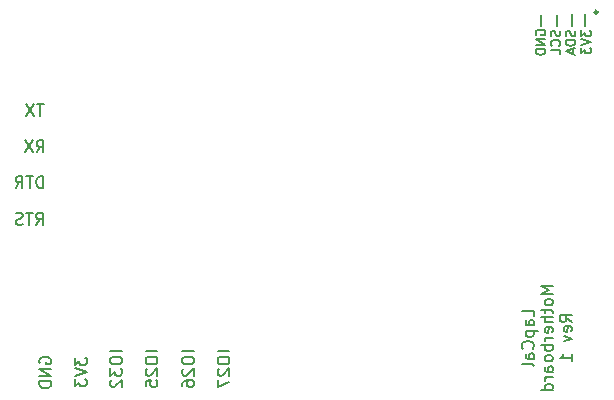
<source format=gbr>
%TF.GenerationSoftware,KiCad,Pcbnew,6.0.10-2.fc37*%
%TF.CreationDate,2023-04-26T13:00:43+02:00*%
%TF.ProjectId,motherboard,6d6f7468-6572-4626-9f61-72642e6b6963,rev?*%
%TF.SameCoordinates,Original*%
%TF.FileFunction,Legend,Bot*%
%TF.FilePolarity,Positive*%
%FSLAX46Y46*%
G04 Gerber Fmt 4.6, Leading zero omitted, Abs format (unit mm)*
G04 Created by KiCad (PCBNEW 6.0.10-2.fc37) date 2023-04-26 13:00:43*
%MOMM*%
%LPD*%
G01*
G04 APERTURE LIST*
%ADD10C,0.150000*%
%ADD11C,0.275000*%
G04 APERTURE END LIST*
D10*
X170480000Y-83850000D02*
X170480000Y-82890000D01*
X166700000Y-83870000D02*
X166700000Y-82910000D01*
X169320000Y-83850000D02*
X169320000Y-82890000D01*
D11*
X171537500Y-82700000D02*
G75*
G03*
X171537500Y-82700000I-137500J0D01*
G01*
D10*
X168060000Y-83860000D02*
X168060000Y-82900000D01*
X166308000Y-84630476D02*
X166269904Y-84554285D01*
X166269904Y-84440000D01*
X166308000Y-84325714D01*
X166384190Y-84249523D01*
X166460380Y-84211428D01*
X166612761Y-84173333D01*
X166727047Y-84173333D01*
X166879428Y-84211428D01*
X166955619Y-84249523D01*
X167031809Y-84325714D01*
X167069904Y-84440000D01*
X167069904Y-84516190D01*
X167031809Y-84630476D01*
X166993714Y-84668571D01*
X166727047Y-84668571D01*
X166727047Y-84516190D01*
X167069904Y-85011428D02*
X166269904Y-85011428D01*
X167069904Y-85468571D01*
X166269904Y-85468571D01*
X167069904Y-85849523D02*
X166269904Y-85849523D01*
X166269904Y-86040000D01*
X166308000Y-86154285D01*
X166384190Y-86230476D01*
X166460380Y-86268571D01*
X166612761Y-86306666D01*
X166727047Y-86306666D01*
X166879428Y-86268571D01*
X166955619Y-86230476D01*
X167031809Y-86154285D01*
X167069904Y-86040000D01*
X167069904Y-85849523D01*
X168319809Y-84287619D02*
X168357904Y-84401904D01*
X168357904Y-84592380D01*
X168319809Y-84668571D01*
X168281714Y-84706666D01*
X168205523Y-84744761D01*
X168129333Y-84744761D01*
X168053142Y-84706666D01*
X168015047Y-84668571D01*
X167976952Y-84592380D01*
X167938857Y-84440000D01*
X167900761Y-84363809D01*
X167862666Y-84325714D01*
X167786476Y-84287619D01*
X167710285Y-84287619D01*
X167634095Y-84325714D01*
X167596000Y-84363809D01*
X167557904Y-84440000D01*
X167557904Y-84630476D01*
X167596000Y-84744761D01*
X168281714Y-85544761D02*
X168319809Y-85506666D01*
X168357904Y-85392380D01*
X168357904Y-85316190D01*
X168319809Y-85201904D01*
X168243619Y-85125714D01*
X168167428Y-85087619D01*
X168015047Y-85049523D01*
X167900761Y-85049523D01*
X167748380Y-85087619D01*
X167672190Y-85125714D01*
X167596000Y-85201904D01*
X167557904Y-85316190D01*
X167557904Y-85392380D01*
X167596000Y-85506666D01*
X167634095Y-85544761D01*
X168357904Y-86268571D02*
X168357904Y-85887619D01*
X167557904Y-85887619D01*
X169607809Y-84268571D02*
X169645904Y-84382857D01*
X169645904Y-84573333D01*
X169607809Y-84649523D01*
X169569714Y-84687619D01*
X169493523Y-84725714D01*
X169417333Y-84725714D01*
X169341142Y-84687619D01*
X169303047Y-84649523D01*
X169264952Y-84573333D01*
X169226857Y-84420952D01*
X169188761Y-84344761D01*
X169150666Y-84306666D01*
X169074476Y-84268571D01*
X168998285Y-84268571D01*
X168922095Y-84306666D01*
X168884000Y-84344761D01*
X168845904Y-84420952D01*
X168845904Y-84611428D01*
X168884000Y-84725714D01*
X169645904Y-85068571D02*
X168845904Y-85068571D01*
X168845904Y-85259047D01*
X168884000Y-85373333D01*
X168960190Y-85449523D01*
X169036380Y-85487619D01*
X169188761Y-85525714D01*
X169303047Y-85525714D01*
X169455428Y-85487619D01*
X169531619Y-85449523D01*
X169607809Y-85373333D01*
X169645904Y-85259047D01*
X169645904Y-85068571D01*
X169417333Y-85830476D02*
X169417333Y-86211428D01*
X169645904Y-85754285D02*
X168845904Y-86020952D01*
X169645904Y-86287619D01*
X170133904Y-84249523D02*
X170133904Y-84744761D01*
X170438666Y-84478095D01*
X170438666Y-84592380D01*
X170476761Y-84668571D01*
X170514857Y-84706666D01*
X170591047Y-84744761D01*
X170781523Y-84744761D01*
X170857714Y-84706666D01*
X170895809Y-84668571D01*
X170933904Y-84592380D01*
X170933904Y-84363809D01*
X170895809Y-84287619D01*
X170857714Y-84249523D01*
X170133904Y-84973333D02*
X170933904Y-85240000D01*
X170133904Y-85506666D01*
X170133904Y-85697142D02*
X170133904Y-86192380D01*
X170438666Y-85925714D01*
X170438666Y-86040000D01*
X170476761Y-86116190D01*
X170514857Y-86154285D01*
X170591047Y-86192380D01*
X170781523Y-86192380D01*
X170857714Y-86154285D01*
X170895809Y-86116190D01*
X170933904Y-86040000D01*
X170933904Y-85811428D01*
X170895809Y-85735238D01*
X170857714Y-85697142D01*
X166112380Y-108460476D02*
X166112380Y-107984285D01*
X165112380Y-107984285D01*
X166112380Y-109222380D02*
X165588571Y-109222380D01*
X165493333Y-109174761D01*
X165445714Y-109079523D01*
X165445714Y-108889047D01*
X165493333Y-108793809D01*
X166064761Y-109222380D02*
X166112380Y-109127142D01*
X166112380Y-108889047D01*
X166064761Y-108793809D01*
X165969523Y-108746190D01*
X165874285Y-108746190D01*
X165779047Y-108793809D01*
X165731428Y-108889047D01*
X165731428Y-109127142D01*
X165683809Y-109222380D01*
X165445714Y-109698571D02*
X166445714Y-109698571D01*
X165493333Y-109698571D02*
X165445714Y-109793809D01*
X165445714Y-109984285D01*
X165493333Y-110079523D01*
X165540952Y-110127142D01*
X165636190Y-110174761D01*
X165921904Y-110174761D01*
X166017142Y-110127142D01*
X166064761Y-110079523D01*
X166112380Y-109984285D01*
X166112380Y-109793809D01*
X166064761Y-109698571D01*
X166017142Y-111174761D02*
X166064761Y-111127142D01*
X166112380Y-110984285D01*
X166112380Y-110889047D01*
X166064761Y-110746190D01*
X165969523Y-110650952D01*
X165874285Y-110603333D01*
X165683809Y-110555714D01*
X165540952Y-110555714D01*
X165350476Y-110603333D01*
X165255238Y-110650952D01*
X165160000Y-110746190D01*
X165112380Y-110889047D01*
X165112380Y-110984285D01*
X165160000Y-111127142D01*
X165207619Y-111174761D01*
X166112380Y-112031904D02*
X165588571Y-112031904D01*
X165493333Y-111984285D01*
X165445714Y-111889047D01*
X165445714Y-111698571D01*
X165493333Y-111603333D01*
X166064761Y-112031904D02*
X166112380Y-111936666D01*
X166112380Y-111698571D01*
X166064761Y-111603333D01*
X165969523Y-111555714D01*
X165874285Y-111555714D01*
X165779047Y-111603333D01*
X165731428Y-111698571D01*
X165731428Y-111936666D01*
X165683809Y-112031904D01*
X166112380Y-112650952D02*
X166064761Y-112555714D01*
X165969523Y-112508095D01*
X165112380Y-112508095D01*
X167722380Y-105889047D02*
X166722380Y-105889047D01*
X167436666Y-106222380D01*
X166722380Y-106555714D01*
X167722380Y-106555714D01*
X167722380Y-107174761D02*
X167674761Y-107079523D01*
X167627142Y-107031904D01*
X167531904Y-106984285D01*
X167246190Y-106984285D01*
X167150952Y-107031904D01*
X167103333Y-107079523D01*
X167055714Y-107174761D01*
X167055714Y-107317619D01*
X167103333Y-107412857D01*
X167150952Y-107460476D01*
X167246190Y-107508095D01*
X167531904Y-107508095D01*
X167627142Y-107460476D01*
X167674761Y-107412857D01*
X167722380Y-107317619D01*
X167722380Y-107174761D01*
X167055714Y-107793809D02*
X167055714Y-108174761D01*
X166722380Y-107936666D02*
X167579523Y-107936666D01*
X167674761Y-107984285D01*
X167722380Y-108079523D01*
X167722380Y-108174761D01*
X167722380Y-108508095D02*
X166722380Y-108508095D01*
X167722380Y-108936666D02*
X167198571Y-108936666D01*
X167103333Y-108889047D01*
X167055714Y-108793809D01*
X167055714Y-108650952D01*
X167103333Y-108555714D01*
X167150952Y-108508095D01*
X167674761Y-109793809D02*
X167722380Y-109698571D01*
X167722380Y-109508095D01*
X167674761Y-109412857D01*
X167579523Y-109365238D01*
X167198571Y-109365238D01*
X167103333Y-109412857D01*
X167055714Y-109508095D01*
X167055714Y-109698571D01*
X167103333Y-109793809D01*
X167198571Y-109841428D01*
X167293809Y-109841428D01*
X167389047Y-109365238D01*
X167722380Y-110270000D02*
X167055714Y-110270000D01*
X167246190Y-110270000D02*
X167150952Y-110317619D01*
X167103333Y-110365238D01*
X167055714Y-110460476D01*
X167055714Y-110555714D01*
X167722380Y-110889047D02*
X166722380Y-110889047D01*
X167103333Y-110889047D02*
X167055714Y-110984285D01*
X167055714Y-111174761D01*
X167103333Y-111270000D01*
X167150952Y-111317619D01*
X167246190Y-111365238D01*
X167531904Y-111365238D01*
X167627142Y-111317619D01*
X167674761Y-111270000D01*
X167722380Y-111174761D01*
X167722380Y-110984285D01*
X167674761Y-110889047D01*
X167722380Y-111936666D02*
X167674761Y-111841428D01*
X167627142Y-111793809D01*
X167531904Y-111746190D01*
X167246190Y-111746190D01*
X167150952Y-111793809D01*
X167103333Y-111841428D01*
X167055714Y-111936666D01*
X167055714Y-112079523D01*
X167103333Y-112174761D01*
X167150952Y-112222380D01*
X167246190Y-112270000D01*
X167531904Y-112270000D01*
X167627142Y-112222380D01*
X167674761Y-112174761D01*
X167722380Y-112079523D01*
X167722380Y-111936666D01*
X167722380Y-113127142D02*
X167198571Y-113127142D01*
X167103333Y-113079523D01*
X167055714Y-112984285D01*
X167055714Y-112793809D01*
X167103333Y-112698571D01*
X167674761Y-113127142D02*
X167722380Y-113031904D01*
X167722380Y-112793809D01*
X167674761Y-112698571D01*
X167579523Y-112650952D01*
X167484285Y-112650952D01*
X167389047Y-112698571D01*
X167341428Y-112793809D01*
X167341428Y-113031904D01*
X167293809Y-113127142D01*
X167722380Y-113603333D02*
X167055714Y-113603333D01*
X167246190Y-113603333D02*
X167150952Y-113650952D01*
X167103333Y-113698571D01*
X167055714Y-113793809D01*
X167055714Y-113889047D01*
X167722380Y-114650952D02*
X166722380Y-114650952D01*
X167674761Y-114650952D02*
X167722380Y-114555714D01*
X167722380Y-114365238D01*
X167674761Y-114270000D01*
X167627142Y-114222380D01*
X167531904Y-114174761D01*
X167246190Y-114174761D01*
X167150952Y-114222380D01*
X167103333Y-114270000D01*
X167055714Y-114365238D01*
X167055714Y-114555714D01*
X167103333Y-114650952D01*
X169332380Y-108912857D02*
X168856190Y-108579523D01*
X169332380Y-108341428D02*
X168332380Y-108341428D01*
X168332380Y-108722380D01*
X168380000Y-108817619D01*
X168427619Y-108865238D01*
X168522857Y-108912857D01*
X168665714Y-108912857D01*
X168760952Y-108865238D01*
X168808571Y-108817619D01*
X168856190Y-108722380D01*
X168856190Y-108341428D01*
X169284761Y-109722380D02*
X169332380Y-109627142D01*
X169332380Y-109436666D01*
X169284761Y-109341428D01*
X169189523Y-109293809D01*
X168808571Y-109293809D01*
X168713333Y-109341428D01*
X168665714Y-109436666D01*
X168665714Y-109627142D01*
X168713333Y-109722380D01*
X168808571Y-109770000D01*
X168903809Y-109770000D01*
X168999047Y-109293809D01*
X168665714Y-110103333D02*
X169332380Y-110341428D01*
X168665714Y-110579523D01*
X169332380Y-112246190D02*
X169332380Y-111674761D01*
X169332380Y-111960476D02*
X168332380Y-111960476D01*
X168475238Y-111865238D01*
X168570476Y-111770000D01*
X168618095Y-111674761D01*
%TO.C,TP1*%
X127252380Y-111961904D02*
X127252380Y-112580952D01*
X127633333Y-112247619D01*
X127633333Y-112390476D01*
X127680952Y-112485714D01*
X127728571Y-112533333D01*
X127823809Y-112580952D01*
X128061904Y-112580952D01*
X128157142Y-112533333D01*
X128204761Y-112485714D01*
X128252380Y-112390476D01*
X128252380Y-112104761D01*
X128204761Y-112009523D01*
X128157142Y-111961904D01*
X127252380Y-112866666D02*
X128252380Y-113200000D01*
X127252380Y-113533333D01*
X127252380Y-113771428D02*
X127252380Y-114390476D01*
X127633333Y-114057142D01*
X127633333Y-114200000D01*
X127680952Y-114295238D01*
X127728571Y-114342857D01*
X127823809Y-114390476D01*
X128061904Y-114390476D01*
X128157142Y-114342857D01*
X128204761Y-114295238D01*
X128252380Y-114200000D01*
X128252380Y-113914285D01*
X128204761Y-113819047D01*
X128157142Y-113771428D01*
%TO.C,TP8*%
X124016666Y-94562380D02*
X124350000Y-94086190D01*
X124588095Y-94562380D02*
X124588095Y-93562380D01*
X124207142Y-93562380D01*
X124111904Y-93610000D01*
X124064285Y-93657619D01*
X124016666Y-93752857D01*
X124016666Y-93895714D01*
X124064285Y-93990952D01*
X124111904Y-94038571D01*
X124207142Y-94086190D01*
X124588095Y-94086190D01*
X123683333Y-93562380D02*
X123016666Y-94562380D01*
X123016666Y-93562380D02*
X123683333Y-94562380D01*
%TO.C,TP10*%
X123977619Y-100692380D02*
X124310952Y-100216190D01*
X124549047Y-100692380D02*
X124549047Y-99692380D01*
X124168095Y-99692380D01*
X124072857Y-99740000D01*
X124025238Y-99787619D01*
X123977619Y-99882857D01*
X123977619Y-100025714D01*
X124025238Y-100120952D01*
X124072857Y-100168571D01*
X124168095Y-100216190D01*
X124549047Y-100216190D01*
X123691904Y-99692380D02*
X123120476Y-99692380D01*
X123406190Y-100692380D02*
X123406190Y-99692380D01*
X122834761Y-100644761D02*
X122691904Y-100692380D01*
X122453809Y-100692380D01*
X122358571Y-100644761D01*
X122310952Y-100597142D01*
X122263333Y-100501904D01*
X122263333Y-100406666D01*
X122310952Y-100311428D01*
X122358571Y-100263809D01*
X122453809Y-100216190D01*
X122644285Y-100168571D01*
X122739523Y-100120952D01*
X122787142Y-100073333D01*
X122834761Y-99978095D01*
X122834761Y-99882857D01*
X122787142Y-99787619D01*
X122739523Y-99740000D01*
X122644285Y-99692380D01*
X122406190Y-99692380D01*
X122263333Y-99740000D01*
%TO.C,TP9*%
X124572857Y-97592380D02*
X124572857Y-96592380D01*
X124334761Y-96592380D01*
X124191904Y-96640000D01*
X124096666Y-96735238D01*
X124049047Y-96830476D01*
X124001428Y-97020952D01*
X124001428Y-97163809D01*
X124049047Y-97354285D01*
X124096666Y-97449523D01*
X124191904Y-97544761D01*
X124334761Y-97592380D01*
X124572857Y-97592380D01*
X123715714Y-96592380D02*
X123144285Y-96592380D01*
X123430000Y-97592380D02*
X123430000Y-96592380D01*
X122239523Y-97592380D02*
X122572857Y-97116190D01*
X122810952Y-97592380D02*
X122810952Y-96592380D01*
X122430000Y-96592380D01*
X122334761Y-96640000D01*
X122287142Y-96687619D01*
X122239523Y-96782857D01*
X122239523Y-96925714D01*
X122287142Y-97020952D01*
X122334761Y-97068571D01*
X122430000Y-97116190D01*
X122810952Y-97116190D01*
%TO.C,TP5*%
X131252380Y-111423809D02*
X130252380Y-111423809D01*
X130252380Y-112090476D02*
X130252380Y-112280952D01*
X130300000Y-112376190D01*
X130395238Y-112471428D01*
X130585714Y-112519047D01*
X130919047Y-112519047D01*
X131109523Y-112471428D01*
X131204761Y-112376190D01*
X131252380Y-112280952D01*
X131252380Y-112090476D01*
X131204761Y-111995238D01*
X131109523Y-111900000D01*
X130919047Y-111852380D01*
X130585714Y-111852380D01*
X130395238Y-111900000D01*
X130300000Y-111995238D01*
X130252380Y-112090476D01*
X130252380Y-112852380D02*
X130252380Y-113471428D01*
X130633333Y-113138095D01*
X130633333Y-113280952D01*
X130680952Y-113376190D01*
X130728571Y-113423809D01*
X130823809Y-113471428D01*
X131061904Y-113471428D01*
X131157142Y-113423809D01*
X131204761Y-113376190D01*
X131252380Y-113280952D01*
X131252380Y-112995238D01*
X131204761Y-112900000D01*
X131157142Y-112852380D01*
X130347619Y-113852380D02*
X130300000Y-113900000D01*
X130252380Y-113995238D01*
X130252380Y-114233333D01*
X130300000Y-114328571D01*
X130347619Y-114376190D01*
X130442857Y-114423809D01*
X130538095Y-114423809D01*
X130680952Y-114376190D01*
X131252380Y-113804761D01*
X131252380Y-114423809D01*
%TO.C,TP3*%
X137352380Y-111423809D02*
X136352380Y-111423809D01*
X136352380Y-112090476D02*
X136352380Y-112280952D01*
X136400000Y-112376190D01*
X136495238Y-112471428D01*
X136685714Y-112519047D01*
X137019047Y-112519047D01*
X137209523Y-112471428D01*
X137304761Y-112376190D01*
X137352380Y-112280952D01*
X137352380Y-112090476D01*
X137304761Y-111995238D01*
X137209523Y-111900000D01*
X137019047Y-111852380D01*
X136685714Y-111852380D01*
X136495238Y-111900000D01*
X136400000Y-111995238D01*
X136352380Y-112090476D01*
X136447619Y-112900000D02*
X136400000Y-112947619D01*
X136352380Y-113042857D01*
X136352380Y-113280952D01*
X136400000Y-113376190D01*
X136447619Y-113423809D01*
X136542857Y-113471428D01*
X136638095Y-113471428D01*
X136780952Y-113423809D01*
X137352380Y-112852380D01*
X137352380Y-113471428D01*
X136352380Y-114328571D02*
X136352380Y-114138095D01*
X136400000Y-114042857D01*
X136447619Y-113995238D01*
X136590476Y-113900000D01*
X136780952Y-113852380D01*
X137161904Y-113852380D01*
X137257142Y-113900000D01*
X137304761Y-113947619D01*
X137352380Y-114042857D01*
X137352380Y-114233333D01*
X137304761Y-114328571D01*
X137257142Y-114376190D01*
X137161904Y-114423809D01*
X136923809Y-114423809D01*
X136828571Y-114376190D01*
X136780952Y-114328571D01*
X136733333Y-114233333D01*
X136733333Y-114042857D01*
X136780952Y-113947619D01*
X136828571Y-113900000D01*
X136923809Y-113852380D01*
%TO.C,TP7*%
X124621904Y-90502380D02*
X124050476Y-90502380D01*
X124336190Y-91502380D02*
X124336190Y-90502380D01*
X123812380Y-90502380D02*
X123145714Y-91502380D01*
X123145714Y-90502380D02*
X123812380Y-91502380D01*
%TO.C,TP4*%
X140352380Y-111423809D02*
X139352380Y-111423809D01*
X139352380Y-112090476D02*
X139352380Y-112280952D01*
X139400000Y-112376190D01*
X139495238Y-112471428D01*
X139685714Y-112519047D01*
X140019047Y-112519047D01*
X140209523Y-112471428D01*
X140304761Y-112376190D01*
X140352380Y-112280952D01*
X140352380Y-112090476D01*
X140304761Y-111995238D01*
X140209523Y-111900000D01*
X140019047Y-111852380D01*
X139685714Y-111852380D01*
X139495238Y-111900000D01*
X139400000Y-111995238D01*
X139352380Y-112090476D01*
X139447619Y-112900000D02*
X139400000Y-112947619D01*
X139352380Y-113042857D01*
X139352380Y-113280952D01*
X139400000Y-113376190D01*
X139447619Y-113423809D01*
X139542857Y-113471428D01*
X139638095Y-113471428D01*
X139780952Y-113423809D01*
X140352380Y-112852380D01*
X140352380Y-113471428D01*
X139352380Y-113804761D02*
X139352380Y-114471428D01*
X140352380Y-114042857D01*
%TO.C,TP2*%
X134252380Y-111423809D02*
X133252380Y-111423809D01*
X133252380Y-112090476D02*
X133252380Y-112280952D01*
X133300000Y-112376190D01*
X133395238Y-112471428D01*
X133585714Y-112519047D01*
X133919047Y-112519047D01*
X134109523Y-112471428D01*
X134204761Y-112376190D01*
X134252380Y-112280952D01*
X134252380Y-112090476D01*
X134204761Y-111995238D01*
X134109523Y-111900000D01*
X133919047Y-111852380D01*
X133585714Y-111852380D01*
X133395238Y-111900000D01*
X133300000Y-111995238D01*
X133252380Y-112090476D01*
X133347619Y-112900000D02*
X133300000Y-112947619D01*
X133252380Y-113042857D01*
X133252380Y-113280952D01*
X133300000Y-113376190D01*
X133347619Y-113423809D01*
X133442857Y-113471428D01*
X133538095Y-113471428D01*
X133680952Y-113423809D01*
X134252380Y-112852380D01*
X134252380Y-113471428D01*
X133252380Y-114376190D02*
X133252380Y-113900000D01*
X133728571Y-113852380D01*
X133680952Y-113900000D01*
X133633333Y-113995238D01*
X133633333Y-114233333D01*
X133680952Y-114328571D01*
X133728571Y-114376190D01*
X133823809Y-114423809D01*
X134061904Y-114423809D01*
X134157142Y-114376190D01*
X134204761Y-114328571D01*
X134252380Y-114233333D01*
X134252380Y-113995238D01*
X134204761Y-113900000D01*
X134157142Y-113852380D01*
%TO.C,TP6*%
X124300000Y-112438095D02*
X124252380Y-112342857D01*
X124252380Y-112200000D01*
X124300000Y-112057142D01*
X124395238Y-111961904D01*
X124490476Y-111914285D01*
X124680952Y-111866666D01*
X124823809Y-111866666D01*
X125014285Y-111914285D01*
X125109523Y-111961904D01*
X125204761Y-112057142D01*
X125252380Y-112200000D01*
X125252380Y-112295238D01*
X125204761Y-112438095D01*
X125157142Y-112485714D01*
X124823809Y-112485714D01*
X124823809Y-112295238D01*
X125252380Y-112914285D02*
X124252380Y-112914285D01*
X125252380Y-113485714D01*
X124252380Y-113485714D01*
X125252380Y-113961904D02*
X124252380Y-113961904D01*
X124252380Y-114200000D01*
X124300000Y-114342857D01*
X124395238Y-114438095D01*
X124490476Y-114485714D01*
X124680952Y-114533333D01*
X124823809Y-114533333D01*
X125014285Y-114485714D01*
X125109523Y-114438095D01*
X125204761Y-114342857D01*
X125252380Y-114200000D01*
X125252380Y-113961904D01*
%TD*%
M02*

</source>
